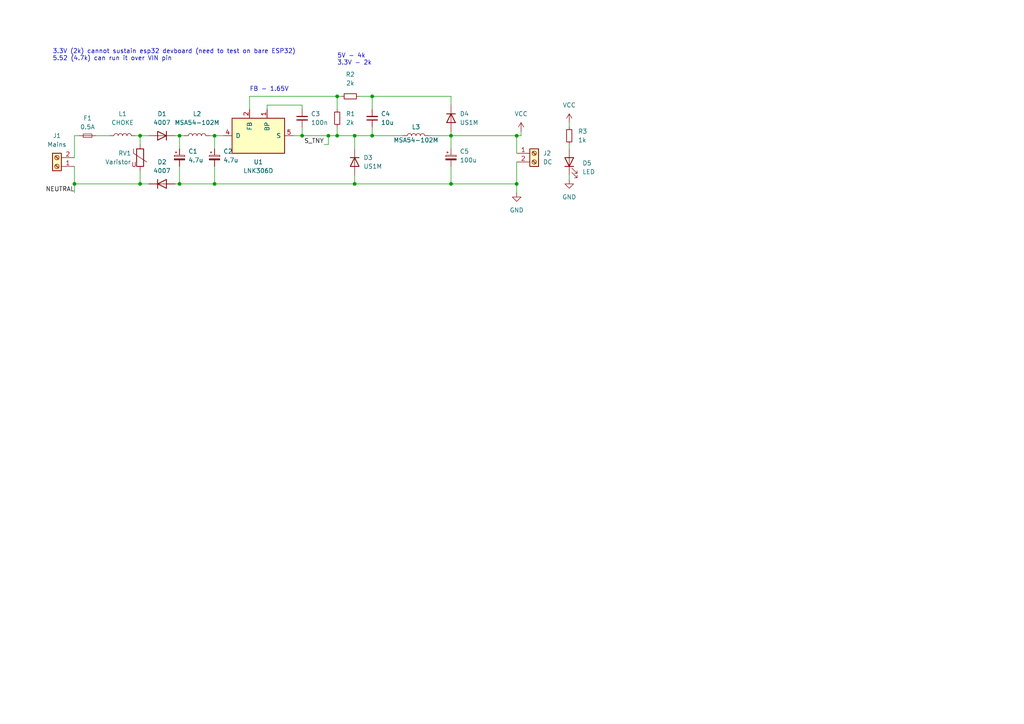
<source format=kicad_sch>
(kicad_sch (version 20211123) (generator eeschema)
  (paper "A4")
  (lib_symbols
    (symbol "Connector:Screw_Terminal_01x02" (pin_names (offset 1.016) hide)
      (property "Reference" "J" (at 0 2.54 0))
      (property "Value" "Screw_Terminal_01x02" (at 0 -5.08 0))
      (symbol "Screw_Terminal_01x02_1_1"
        (rectangle (start -1.27 1.27) (end 1.27 -3.81) (stroke (width 0.254)) (fill (type background)))
        (circle (center 0 -2.54) (radius 0.635) (stroke (width 0.1524)))
        (polyline (pts (xy -0.5334 -2.2098) (xy 0.3302 -3.048)) (stroke (width 0.1524)))
        (polyline (pts (xy -0.5334 0.3302) (xy 0.3302 -0.508)) (stroke (width 0.1524)))
        (polyline (pts (xy -0.3556 -2.032) (xy 0.508 -2.8702)) (stroke (width 0.1524)))
        (polyline (pts (xy -0.3556 0.508) (xy 0.508 -0.3302)) (stroke (width 0.1524)))
        (circle (center 0 0) (radius 0.635) (stroke (width 0.1524)))
        (pin passive line (at -5.08 0 0) (length 3.81) (name "Pin_1") (number "1"))
        (pin passive line (at -5.08 -2.54 0) (length 3.81) (name "Pin_2") (number "2"))
      )
    )
    (symbol "Device:C_Polarized_Small" (pin_numbers hide) (pin_names (offset 0.254) hide)
      (property "Reference" "C" (at 0.254 1.778 0))
      (property "Value" "C_Polarized_Small" (at 0.254 -2.032 0))
      (symbol "C_Polarized_Small_0_1"
        (rectangle (start -1.524 -0.3048) (end 1.524 -0.6858) (fill (type outline)))
        (rectangle (start -1.524 0.6858) (end 1.524 0.3048))
        (polyline (pts (xy -1.27 1.524) (xy -0.762 1.524)))
        (polyline (pts (xy -1.016 1.27) (xy -1.016 1.778)))
      )
      (symbol "C_Polarized_Small_1_1"
        (pin passive line (at 0 2.54 270) (length 1.8542) (name "~") (number "1"))
        (pin passive line (at 0 -2.54 90) (length 1.8542) (name "~") (number "2"))
      )
    )
    (symbol "Device:C_Small" (pin_numbers hide) (pin_names (offset 0.254) hide)
      (property "Reference" "C" (at 0.254 1.778 0))
      (property "Value" "C_Small" (at 0.254 -2.032 0))
      (symbol "C_Small_0_1"
        (polyline (pts (xy -1.524 -0.508) (xy 1.524 -0.508)) (stroke (width 0.3302)))
        (polyline (pts (xy -1.524 0.508) (xy 1.524 0.508)) (stroke (width 0.3048)))
      )
      (symbol "C_Small_1_1"
        (pin passive line (at 0 2.54 270) (length 2.032) (name "~") (number "1"))
        (pin passive line (at 0 -2.54 90) (length 2.032) (name "~") (number "2"))
      )
    )
    (symbol "Device:D" (pin_numbers hide) (pin_names (offset 1.016) hide)
      (property "Reference" "D" (at 0 2.54 0))
      (property "Value" "D" (at 0 -2.54 0))
      (symbol "D_0_1"
        (polyline (pts (xy -1.27 1.27) (xy -1.27 -1.27)) (stroke (width 0.254)))
        (polyline (pts (xy 1.27 0) (xy -1.27 0)))
        (polyline (pts (xy 1.27 1.27) (xy 1.27 -1.27) (xy -1.27 0) (xy 1.27 1.27)) (stroke (width 0.254)))
      )
      (symbol "D_1_1"
        (pin passive line (at -3.81 0 0) (length 2.54) (name "K") (number "1"))
        (pin passive line (at 3.81 0 180) (length 2.54) (name "A") (number "2"))
      )
    )
    (symbol "Device:Fuse_Small" (pin_numbers hide) (pin_names (offset 0.254) hide)
      (property "Reference" "F" (at 0 -1.524 0))
      (property "Value" "Fuse_Small" (at 0 1.524 0))
      (symbol "Fuse_Small_0_1"
        (rectangle (start -1.27 0.508) (end 1.27 -0.508))
        (polyline (pts (xy -1.27 0) (xy 1.27 0)))
      )
      (symbol "Fuse_Small_1_1"
        (pin passive line (at -2.54 0 0) (length 1.27) (name "~") (number "1"))
        (pin passive line (at 2.54 0 180) (length 1.27) (name "~") (number "2"))
      )
    )
    (symbol "Device:L" (pin_numbers hide) (pin_names (offset 1.016) hide)
      (property "Reference" "L" (at -1.27 0 90))
      (property "Value" "L" (at 1.905 0 90))
      (symbol "L_0_1"
        (arc (start 0 -2.54) (mid 0.635 -1.905) (end 0 -1.27))
        (arc (start 0 -1.27) (mid 0.635 -0.635) (end 0 0))
        (arc (start 0 0) (mid 0.635 0.635) (end 0 1.27))
        (arc (start 0 1.27) (mid 0.635 1.905) (end 0 2.54))
      )
      (symbol "L_1_1"
        (pin passive line (at 0 3.81 270) (length 1.27) (name "1") (number "1"))
        (pin passive line (at 0 -3.81 90) (length 1.27) (name "2") (number "2"))
      )
    )
    (symbol "Device:LED" (pin_numbers hide) (pin_names (offset 1.016) hide)
      (property "Reference" "D" (at 0 2.54 0))
      (property "Value" "LED" (at 0 -2.54 0))
      (symbol "LED_0_1"
        (polyline (pts (xy -1.27 -1.27) (xy -1.27 1.27)) (stroke (width 0.254)))
        (polyline (pts (xy -1.27 0) (xy 1.27 0)))
        (polyline (pts (xy 1.27 -1.27) (xy 1.27 1.27) (xy -1.27 0) (xy 1.27 -1.27)) (stroke (width 0.254)))
        (polyline (pts (xy -3.048 -0.762) (xy -4.572 -2.286) (xy -3.81 -2.286) (xy -4.572 -2.286) (xy -4.572 -1.524)))
        (polyline (pts (xy -1.778 -0.762) (xy -3.302 -2.286) (xy -2.54 -2.286) (xy -3.302 -2.286) (xy -3.302 -1.524)))
      )
      (symbol "LED_1_1"
        (pin passive line (at -3.81 0 0) (length 2.54) (name "K") (number "1"))
        (pin passive line (at 3.81 0 180) (length 2.54) (name "A") (number "2"))
      )
    )
    (symbol "Device:R_Small" (pin_numbers hide) (pin_names (offset 0.254) hide)
      (property "Reference" "R" (at 0.762 0.508 0))
      (property "Value" "R_Small" (at 0.762 -1.016 0))
      (symbol "R_Small_0_1"
        (rectangle (start -0.762 1.778) (end 0.762 -1.778) (stroke (width 0.2032)))
      )
      (symbol "R_Small_1_1"
        (pin passive line (at 0 2.54 270) (length 0.762) (name "~") (number "1"))
        (pin passive line (at 0 -2.54 90) (length 0.762) (name "~") (number "2"))
      )
    )
    (symbol "Device:Varistor" (pin_numbers hide) (pin_names (offset 0))
      (property "Reference" "RV" (at 3.175 0 90))
      (property "Value" "Varistor" (at -3.175 0 90))
      (symbol "Varistor_0_0"
        (text "U" (at -1.778 -2.032 0) (effects (font (size 1.27 1.27))))
      )
      (symbol "Varistor_0_1"
        (rectangle (start -1.016 -2.54) (end 1.016 2.54) (stroke (width 0.254)))
        (polyline (pts (xy -1.905 2.54) (xy -1.905 1.27) (xy 1.905 -1.27)))
      )
      (symbol "Varistor_1_1"
        (pin passive line (at 0 3.81 270) (length 1.27) (name "~") (number "1"))
        (pin passive line (at 0 -3.81 90) (length 1.27) (name "~") (number "2"))
      )
    )
    (symbol "Regulator_Switching:LNK306D" (pin_names (offset 1.016))
      (property "Reference" "U" (at 0 -6.35 0))
      (property "Value" "LNK306D" (at 0 -8.89 0))
      (symbol "LNK306D_0_1"
        (rectangle (start -7.62 5.08) (end 7.62 -5.08) (stroke (width 0.254)) (fill (type background)))
      )
      (symbol "LNK306D_1_1"
        (pin input line (at 2.54 7.62 270) (length 2.54) (name "BP") (number "1"))
        (pin input line (at -2.54 7.62 270) (length 2.54) (name "FB") (number "2"))
        (pin open_collector line (at -10.16 0 0) (length 2.54) (name "D") (number "4"))
        (pin power_in line (at 10.16 0 180) (length 2.54) (name "S") (number "5"))
        (pin passive line (at 10.16 0 180) (length 2.54) hide (name "S") (number "6"))
        (pin passive line (at 10.16 0 180) (length 2.54) hide (name "S") (number "7"))
        (pin passive line (at 10.16 0 180) (length 2.54) hide (name "S") (number "8"))
      )
    )
    (symbol "power:GND" (power) (pin_names (offset 0))
      (property "Value" "GND" (at 0 -3.81 0))
      (symbol "GND_0_1"
        (polyline (pts (xy 0 0) (xy 0 -1.27) (xy 1.27 -1.27) (xy 0 -2.54) (xy -1.27 -1.27) (xy 0 -1.27)))
      )
      (symbol "GND_1_1"
        (pin power_in line (at 0 0 270) (length 0) hide (name "GND") (number "1"))
      )
    )
    (symbol "power:VCC" (power) (pin_names (offset 0))
      (property "Value" "VCC" (at 0 3.81 0))
      (symbol "VCC_0_1"
        (polyline (pts (xy -0.762 1.27) (xy 0 2.54)))
        (polyline (pts (xy 0 0) (xy 0 2.54)))
        (polyline (pts (xy 0 2.54) (xy 0.762 1.27)))
      )
      (symbol "VCC_1_1"
        (pin power_in line (at 0 0 90) (length 0) hide (name "VCC") (number "1"))
      )
    )
  )
  (junction (at 130.81 39.37))
  (junction (at 52.07 53.34))
  (junction (at 97.79 27.94))
  (junction (at 62.23 53.34))
  (junction (at 149.86 39.37))
  (junction (at 87.63 39.37))
  (junction (at 97.79 39.37))
  (junction (at 102.87 53.34))
  (junction (at 62.23 39.37))
  (junction (at 102.87 39.37))
  (junction (at 40.64 39.37))
  (junction (at 95.25 39.37))
  (junction (at 21.59 53.34))
  (junction (at 149.86 53.34))
  (junction (at 40.64 53.34))
  (junction (at 130.81 53.34))
  (junction (at 52.07 39.37))
  (junction (at 107.95 39.37))
  (junction (at 107.95 27.94))
  (wire (pts (xy 62.23 48.26) (xy 62.23 53.34)))
  (wire (pts (xy 62.23 53.34) (xy 52.07 53.34)))
  (wire (pts (xy 52.07 53.34) (xy 50.8 53.34)))
  (wire (pts (xy 165.1 50.8) (xy 165.1 52.07)))
  (wire (pts (xy 87.63 39.37) (xy 87.63 36.83)))
  (wire (pts (xy 85.09 39.37) (xy 87.63 39.37)))
  (wire (pts (xy 52.07 39.37) (xy 52.07 43.18)))
  (wire (pts (xy 62.23 53.34) (xy 102.87 53.34)))
  (wire (pts (xy 102.87 53.34) (xy 102.87 50.8)))
  (wire (pts (xy 102.87 39.37) (xy 102.87 43.18)))
  (wire (pts (xy 40.64 49.53) (xy 40.64 53.34)))
  (wire (pts (xy 124.46 39.37) (xy 130.81 39.37)))
  (wire (pts (xy 130.81 39.37) (xy 130.81 38.1)))
  (wire (pts (xy 165.1 41.91) (xy 165.1 43.18)))
  (wire (pts (xy 149.86 39.37) (xy 149.86 44.45)))
  (wire (pts (xy 130.81 39.37) (xy 149.86 39.37)))
  (wire (pts (xy 21.59 53.34) (xy 21.59 55.88)))
  (wire (pts (xy 93.98 41.91) (xy 95.25 41.91)))
  (wire (pts (xy 95.25 41.91) (xy 95.25 39.37)))
  (wire (pts (xy 107.95 39.37) (xy 116.84 39.37)))
  (wire (pts (xy 40.64 53.34) (xy 43.18 53.34)))
  (wire (pts (xy 21.59 53.34) (xy 40.64 53.34)))
  (wire (pts (xy 149.86 53.34) (xy 149.86 55.88)))
  (wire (pts (xy 107.95 27.94) (xy 130.81 27.94)))
  (wire (pts (xy 149.86 46.99) (xy 149.86 53.34)))
  (wire (pts (xy 130.81 30.48) (xy 130.81 27.94)))
  (wire (pts (xy 107.95 27.94) (xy 107.95 31.75)))
  (wire (pts (xy 165.1 35.56) (xy 165.1 36.83)))
  (wire (pts (xy 62.23 39.37) (xy 62.23 43.18)))
  (wire (pts (xy 104.14 27.94) (xy 107.95 27.94)))
  (wire (pts (xy 40.64 39.37) (xy 43.18 39.37)))
  (wire (pts (xy 39.37 39.37) (xy 40.64 39.37)))
  (wire (pts (xy 50.8 39.37) (xy 52.07 39.37)))
  (wire (pts (xy 52.07 39.37) (xy 53.34 39.37)))
  (wire (pts (xy 62.23 39.37) (xy 64.77 39.37)))
  (wire (pts (xy 60.96 39.37) (xy 62.23 39.37)))
  (wire (pts (xy 27.94 39.37) (xy 31.75 39.37)))
  (wire (pts (xy 22.86 39.37) (xy 21.59 39.37)))
  (wire (pts (xy 21.59 39.37) (xy 21.59 45.72)))
  (wire (pts (xy 40.64 39.37) (xy 40.64 41.91)))
  (wire (pts (xy 130.81 53.34) (xy 149.86 53.34)))
  (wire (pts (xy 107.95 39.37) (xy 107.95 36.83)))
  (wire (pts (xy 97.79 39.37) (xy 102.87 39.37)))
  (wire (pts (xy 102.87 39.37) (xy 107.95 39.37)))
  (wire (pts (xy 130.81 39.37) (xy 130.81 43.18)))
  (wire (pts (xy 97.79 27.94) (xy 99.06 27.94)))
  (wire (pts (xy 21.59 53.34) (xy 21.59 48.26)))
  (wire (pts (xy 72.39 27.94) (xy 97.79 27.94)))
  (wire (pts (xy 72.39 31.75) (xy 72.39 27.94)))
  (wire (pts (xy 97.79 27.94) (xy 97.79 31.75)))
  (wire (pts (xy 52.07 48.26) (xy 52.07 53.34)))
  (wire (pts (xy 77.47 31.75) (xy 77.47 30.48)))
  (wire (pts (xy 77.47 30.48) (xy 87.63 30.48)))
  (wire (pts (xy 87.63 30.48) (xy 87.63 31.75)))
  (wire (pts (xy 102.87 53.34) (xy 130.81 53.34)))
  (wire (pts (xy 130.81 53.34) (xy 130.81 48.26)))
  (wire (pts (xy 151.13 39.37) (xy 151.13 38.1)))
  (wire (pts (xy 149.86 39.37) (xy 151.13 39.37)))
  (wire (pts (xy 95.25 39.37) (xy 97.79 39.37)))
  (wire (pts (xy 87.63 39.37) (xy 95.25 39.37)))
  (wire (pts (xy 97.79 39.37) (xy 97.79 36.83)))
  (text "3.3V (2k) cannot sustain esp32 devboard (need to test on bare ESP32)\n5.52 (4.7k) can run it over VIN pin" (at 15.24 17.78 0) (effects (font (size 1.27 1.27)) (justify left bottom)))
  (text "FB - 1.65V" (at 72.39 26.67 0) (effects (font (size 1.27 1.27)) (justify left bottom)))
  (text "5V - 4k\n3.3V - 2k" (at 97.79 19.05 0) (effects (font (size 1.27 1.27)) (justify left bottom)))
  (label "NEUTRAL" (at 21.59 55.88 180))
  (label "S_TNY" (at 93.98 41.91 180))
  (symbol (lib_id "Device:L") (at 57.15 39.37 90) (unit 1)
    (property "Reference" "L2" (at 57.15 33.02 90))
    (property "Value" "MSA54-102M" (at 57.15 35.56 90))
    (property "Footprint" "Inductor_SMD:L_TracoPower_TCK-047_5.2x5.8mm" (effects hide))
    (property "LCSC PN" "C396419" (effects hide))
  )
  (symbol (lib_id "Connector:Screw_Terminal_01x02") (at 16.51 48.26 180) (unit 1)
    (property "Reference" "J1" (at 16.51 39.37 0))
    (property "Value" "Mains" (at 16.51 41.91 0))
    (property "Footprint" "TerminalBlock:TerminalBlock_Altech_AK300-2_P5.00mm" (effects hide))
    (property "LCSC PN" "C72334" (effects hide))
  )
  (symbol (lib_id "Device:R_Small") (at 165.1 39.37 180) (unit 1)
    (property "Reference" "R3" (at 167.64 38.0999 0) (effects (justify right)))
    (property "Value" "1k" (at 167.64 40.6399 0) (effects (justify right)))
    (property "Footprint" "Resistor_SMD:R_0603_1608Metric" (effects hide))
    (property "LCSC PN" "C21190" (effects hide))
  )
  (symbol (lib_id "Device:D") (at 46.99 53.34 0) (unit 1)
    (property "Reference" "D2" (at 46.99 46.99 0))
    (property "Value" "4007" (at 46.99 49.53 0))
    (property "Footprint" "Diode_SMD:D_SOD-123F" (effects hide))
    (property "LCSC PN" "C64898" (effects hide))
  )
  (symbol (lib_id "Device:C_Polarized_Small") (at 130.81 45.72 0) (unit 1)
    (property "Reference" "C5" (at 133.35 43.9038 0) (effects (justify left)))
    (property "Value" "100u" (at 133.35 46.4438 0) (effects (justify left)))
    (property "Footprint" "Capacitor_THT:CP_Radial_D6.3mm_P2.50mm" (effects hide))
    (property "LCSC PN" "C19504" (effects hide))
  )
  (symbol (lib_id "Device:D") (at 46.99 39.37 180) (unit 1)
    (property "Reference" "D1" (at 46.99 33.02 0))
    (property "Value" "4007" (at 46.99 35.56 0))
    (property "Footprint" "Diode_SMD:D_SOD-123F" (effects hide))
    (property "LCSC PN" "C64898" (effects hide))
  )
  (symbol (lib_id "Connector:Screw_Terminal_01x02") (at 154.94 44.45 0) (unit 1)
    (property "Reference" "J2" (at 157.48 44.4499 0) (effects (justify left)))
    (property "Value" "DC" (at 157.48 46.9899 0) (effects (justify left)))
    (property "Footprint" "TerminalBlock:TerminalBlock_Altech_AK300-2_P5.00mm" (effects hide))
    (property "LCSC PN" "C72334" (effects hide))
  )
  (symbol (lib_id "Device:C_Small") (at 107.95 34.29 180) (unit 1)
    (property "Reference" "C4" (at 110.49 33.0135 0) (effects (justify right)))
    (property "Value" "10u" (at 110.49 35.5535 0) (effects (justify right)))
    (property "Footprint" "Capacitor_SMD:C_1206_3216Metric" (effects hide))
    (property "LCSC PN" "C13585" (effects hide))
  )
  (symbol (lib_id "Device:C_Polarized_Small") (at 62.23 45.72 0) (unit 1)
    (property "Reference" "C2" (at 64.77 43.9038 0) (effects (justify left)))
    (property "Value" "4.7u" (at 64.77 46.4438 0) (effects (justify left)))
    (property "Footprint" "Capacitor_THT:CP_Radial_D8.0mm_P3.50mm" (effects hide))
    (property "LCSC PN" "C112471" (effects hide))
  )
  (symbol (lib_id "Device:D") (at 102.87 46.99 270) (unit 1)
    (property "Reference" "D3" (at 105.41 45.7199 90) (effects (justify left)))
    (property "Value" "US1M" (at 105.41 48.2599 90) (effects (justify left)))
    (property "Footprint" "Diode_SMD:D_SMA" (effects hide))
    (property "LCSC PN" "C412437" (effects hide))
  )
  (symbol (lib_id "power:VCC") (at 151.13 38.1 0) (unit 1)
    (property "Reference" "#PWR0103" (effects hide))
    (property "Value" "VCC" (at 151.13 33.02 0))
  )
  (symbol (lib_id "Device:L") (at 120.65 39.37 90) (unit 1)
    (property "Reference" "L3" (at 120.65 36.83 90))
    (property "Value" "MSA54-102M" (at 120.65 40.64 90))
    (property "Footprint" "Inductor_SMD:L_TracoPower_TCK-047_5.2x5.8mm" (effects hide))
    (property "LCSC PN" "C396419" (effects hide))
  )
  (symbol (lib_id "Device:L") (at 35.56 39.37 90) (unit 1)
    (property "Reference" "L1" (at 35.56 33.02 90))
    (property "Value" "CHOKE" (at 35.56 35.56 90))
    (property "Footprint" "Resistor_THT:R_Axial_DIN0204_L3.6mm_D1.6mm_P7.62mm_Horizontal" (effects hide))
  )
  (symbol (lib_id "Device:C_Polarized_Small") (at 52.07 45.72 0) (unit 1)
    (property "Reference" "C1" (at 54.61 43.9038 0) (effects (justify left)))
    (property "Value" "4.7u" (at 54.61 46.4438 0) (effects (justify left)))
    (property "Footprint" "Capacitor_THT:CP_Radial_D8.0mm_P3.50mm" (effects hide))
    (property "LCSC PN" "C112471" (effects hide))
  )
  (symbol (lib_id "Device:C_Small") (at 87.63 34.29 0) (unit 1)
    (property "Reference" "C3" (at 90.17 33.0262 0) (effects (justify left)))
    (property "Value" "100n" (at 90.17 35.5662 0) (effects (justify left)))
    (property "Footprint" "Capacitor_SMD:C_0603_1608Metric" (effects hide))
    (property "LCSC PN" "C77055" (effects hide))
  )
  (symbol (lib_id "Device:Fuse_Small") (at 25.4 39.37 180) (unit 1)
    (property "Reference" "F1" (at 25.4 34.29 0))
    (property "Value" "0.5A" (at 25.4 36.83 0))
    (property "Footprint" "Resistor_THT:R_Axial_DIN0204_L3.6mm_D1.6mm_P7.62mm_Horizontal" (effects hide))
  )
  (symbol (lib_id "Device:R_Small") (at 97.79 34.29 0) (unit 1)
    (property "Reference" "R1" (at 100.33 33.0199 0) (effects (justify left)))
    (property "Value" "2k" (at 100.33 35.5599 0) (effects (justify left)))
    (property "Footprint" "Resistor_SMD:R_0603_1608Metric" (effects hide))
    (property "LCSC PN" "C22975" (effects hide))
  )
  (symbol (lib_id "Regulator_Switching:LNK306D") (at 74.93 39.37 0) (unit 1)
    (property "Reference" "U1" (at 74.93 46.99 0))
    (property "Value" "LNK306D" (at 74.93 49.53 0))
    (property "Footprint" "Package_SO:PowerIntegrations_SO-8C" (effects hide))
    (property "LCSC PN" "C34318" (effects hide))
  )
  (symbol (lib_id "power:GND") (at 149.86 55.88 0) (unit 1)
    (property "Reference" "#PWR0101" (effects hide))
    (property "Value" "GND" (at 149.86 60.96 0))
  )
  (symbol (lib_id "power:VCC") (at 165.1 35.56 0) (unit 1)
    (property "Reference" "#PWR0104" (effects hide))
    (property "Value" "VCC" (at 165.1 30.48 0))
  )
  (symbol (lib_id "Device:R_Small") (at 101.6 27.94 90) (unit 1)
    (property "Reference" "R2" (at 101.6 21.59 90))
    (property "Value" "2k" (at 101.6 24.13 90))
    (property "Footprint" "Resistor_SMD:R_0603_1608Metric" (effects hide))
    (property "LCSC PN" "C22975" (effects hide))
  )
  (symbol (lib_id "power:GND") (at 165.1 52.07 0) (unit 1)
    (property "Reference" "#PWR0102" (effects hide))
    (property "Value" "GND" (at 165.1 57.15 0))
  )
  (symbol (lib_id "Device:D") (at 130.81 34.29 270) (unit 1)
    (property "Reference" "D4" (at 133.35 33.0199 90) (effects (justify left)))
    (property "Value" "US1M" (at 133.35 35.5599 90) (effects (justify left)))
    (property "Footprint" "Diode_SMD:D_SMA" (effects hide))
    (property "LCSC PN" "C412437" (effects hide))
  )
  (symbol (lib_id "Device:LED") (at 165.1 46.99 90) (unit 1)
    (property "Reference" "D5" (at 168.91 47.3074 90) (effects (justify right)))
    (property "Value" "LED" (at 168.91 49.8474 90) (effects (justify right)))
    (property "Footprint" "LED_SMD:LED_0603_1608Metric" (effects hide))
    (property "LCSC PN" "C2286" (effects hide))
  )
  (symbol (lib_id "Device:Varistor") (at 40.64 45.72 0) (unit 1)
    (property "Reference" "RV1" (at 34.29 44.45 0) (effects (justify left)))
    (property "Value" "Varistor" (at 30.48 46.99 0) (effects (justify left)))
    (property "Footprint" "Varistor:RV_Disc_D9mm_W6.1mm_P5mm" (effects hide))
    (property "LCSC PN" "C111187" (effects hide))
  )
)
</source>
